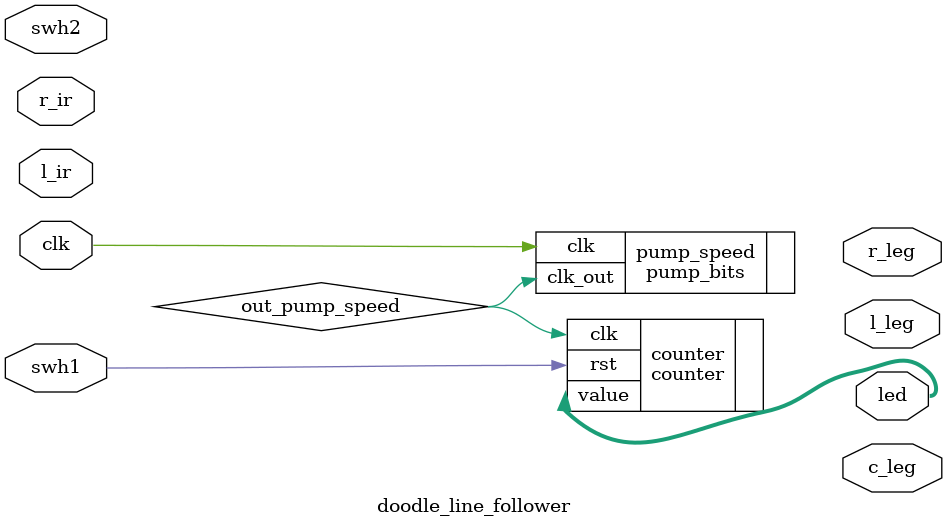
<source format=v>
/*

Doodle line follower verilog hardware code

Created by Julian Caro Linares

https://github.com/jcarolinares/fpga-biorobots/

jcarolinares@gmail.com

CC-BY-SA

*/

module doodle_line_follower(
  input wire clk,
  input wire swh1,
  input wire swh2,
  input wire r_ir,
  input wire l_ir,

  output wire r_leg,
  output wire l_leg,
  output wire c_leg,
  output wire[7:0] led
);

wire out_pump_speed;

pump_bits #(.M(1_600_000))
  pump_speed(
    .clk(clk),
    .clk_out(out_pump_speed)
  );

counter #()
  counter(
    .clk(out_pump_speed),
    .rst(swh1),
    .value(led)
  );

// prescaler #(.N(20))
//   pres1 (
//     .clk_in(clk),
//     .clk_out(clk_pres)
//   );
//
// debouncer #()
//   debouncerR_ir(
//     .clk(clk),
//     .in(r_ir),
//     .out(led[0])
//   );
//
// debouncer #()
//   debouncerL_ir(
//     .clk(clk),
//     .in(l_ir),
//     .out(led[7])
//   );

// assign led=8'b1000_0001;

endmodule

</source>
